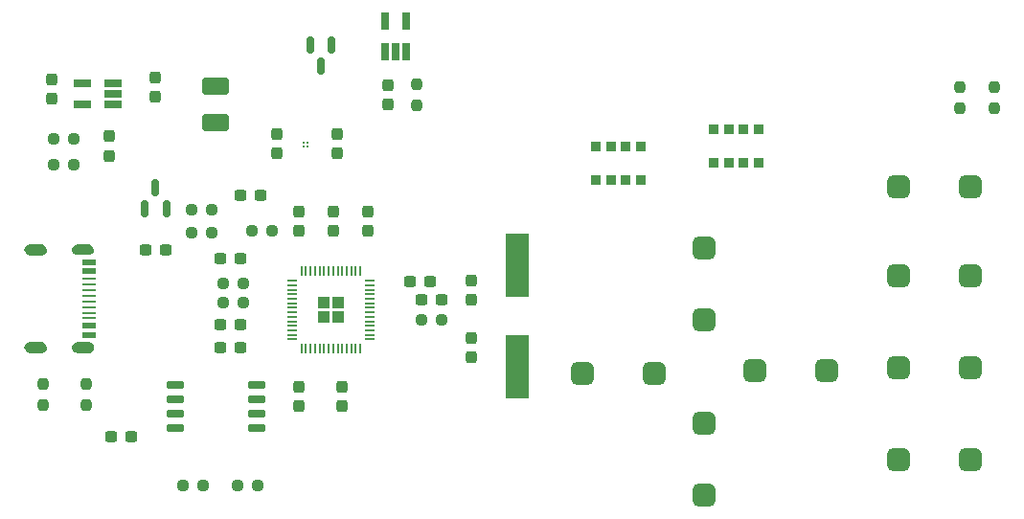
<source format=gbr>
%TF.GenerationSoftware,KiCad,Pcbnew,(6.0.5)*%
%TF.CreationDate,2022-08-05T12:45:28-07:00*%
%TF.ProjectId,RFIDice_V0_revised,52464944-6963-4655-9f56-305f72657669,rev?*%
%TF.SameCoordinates,Original*%
%TF.FileFunction,Paste,Top*%
%TF.FilePolarity,Positive*%
%FSLAX46Y46*%
G04 Gerber Fmt 4.6, Leading zero omitted, Abs format (unit mm)*
G04 Created by KiCad (PCBNEW (6.0.5)) date 2022-08-05 12:45:28*
%MOMM*%
%LPD*%
G01*
G04 APERTURE LIST*
G04 Aperture macros list*
%AMRoundRect*
0 Rectangle with rounded corners*
0 $1 Rounding radius*
0 $2 $3 $4 $5 $6 $7 $8 $9 X,Y pos of 4 corners*
0 Add a 4 corners polygon primitive as box body*
4,1,4,$2,$3,$4,$5,$6,$7,$8,$9,$2,$3,0*
0 Add four circle primitives for the rounded corners*
1,1,$1+$1,$2,$3*
1,1,$1+$1,$4,$5*
1,1,$1+$1,$6,$7*
1,1,$1+$1,$8,$9*
0 Add four rect primitives between the rounded corners*
20,1,$1+$1,$2,$3,$4,$5,0*
20,1,$1+$1,$4,$5,$6,$7,0*
20,1,$1+$1,$6,$7,$8,$9,0*
20,1,$1+$1,$8,$9,$2,$3,0*%
G04 Aperture macros list end*
%ADD10R,1.150000X0.575000*%
%ADD11R,1.150000X0.275000*%
%ADD12R,0.900000X0.900000*%
%ADD13RoundRect,0.237500X0.237500X-0.250000X0.237500X0.250000X-0.237500X0.250000X-0.237500X-0.250000X0*%
%ADD14RoundRect,0.500000X-0.500000X-0.500000X0.500000X-0.500000X0.500000X0.500000X-0.500000X0.500000X0*%
%ADD15RoundRect,0.237500X0.300000X0.237500X-0.300000X0.237500X-0.300000X-0.237500X0.300000X-0.237500X0*%
%ADD16RoundRect,0.237500X0.250000X0.237500X-0.250000X0.237500X-0.250000X-0.237500X0.250000X-0.237500X0*%
%ADD17R,0.152400X0.152400*%
%ADD18RoundRect,0.237500X-0.237500X0.300000X-0.237500X-0.300000X0.237500X-0.300000X0.237500X0.300000X0*%
%ADD19RoundRect,0.237500X0.237500X-0.300000X0.237500X0.300000X-0.237500X0.300000X-0.237500X-0.300000X0*%
%ADD20RoundRect,0.150000X-0.150000X0.587500X-0.150000X-0.587500X0.150000X-0.587500X0.150000X0.587500X0*%
%ADD21RoundRect,0.150000X0.150000X-0.587500X0.150000X0.587500X-0.150000X0.587500X-0.150000X-0.587500X0*%
%ADD22RoundRect,0.237500X-0.250000X-0.237500X0.250000X-0.237500X0.250000X0.237500X-0.250000X0.237500X0*%
%ADD23RoundRect,0.237500X-0.237500X0.287500X-0.237500X-0.287500X0.237500X-0.287500X0.237500X0.287500X0*%
%ADD24RoundRect,0.500000X0.500000X-0.500000X0.500000X0.500000X-0.500000X0.500000X-0.500000X-0.500000X0*%
%ADD25RoundRect,0.150000X0.650000X0.150000X-0.650000X0.150000X-0.650000X-0.150000X0.650000X-0.150000X0*%
%ADD26RoundRect,0.237500X-0.300000X-0.237500X0.300000X-0.237500X0.300000X0.237500X-0.300000X0.237500X0*%
%ADD27RoundRect,0.500000X0.500000X0.500000X-0.500000X0.500000X-0.500000X-0.500000X0.500000X-0.500000X0*%
%ADD28RoundRect,0.500000X-0.500000X0.500000X-0.500000X-0.500000X0.500000X-0.500000X0.500000X0.500000X0*%
%ADD29R,1.560000X0.650000*%
%ADD30RoundRect,0.250001X-0.924999X0.499999X-0.924999X-0.499999X0.924999X-0.499999X0.924999X0.499999X0*%
%ADD31RoundRect,0.250000X0.292217X-0.292217X0.292217X0.292217X-0.292217X0.292217X-0.292217X-0.292217X0*%
%ADD32RoundRect,0.050000X0.050000X-0.387500X0.050000X0.387500X-0.050000X0.387500X-0.050000X-0.387500X0*%
%ADD33RoundRect,0.050000X0.387500X-0.050000X0.387500X0.050000X-0.387500X0.050000X-0.387500X-0.050000X0*%
%ADD34R,0.650000X1.560000*%
%ADD35R,2.100000X5.600000*%
G04 APERTURE END LIST*
%TO.C,X1*%
G36*
X79417580Y-79024010D02*
G01*
X79540100Y-79074759D01*
X79645310Y-79155490D01*
X79726041Y-79260700D01*
X79794100Y-79514700D01*
X79770480Y-79663832D01*
X79701932Y-79798365D01*
X79595165Y-79905132D01*
X79311500Y-79997300D01*
X78295500Y-79997300D01*
X78146368Y-79973680D01*
X78011835Y-79905132D01*
X77905068Y-79798365D01*
X77812900Y-79514700D01*
X77830210Y-79383220D01*
X77880959Y-79260700D01*
X77961690Y-79155490D01*
X78066900Y-79074759D01*
X78320900Y-79006700D01*
X79286100Y-79006700D01*
X79417580Y-79024010D01*
G37*
G36*
X83608580Y-87660010D02*
G01*
X83731100Y-87710759D01*
X83836310Y-87791490D01*
X83917041Y-87896700D01*
X83985100Y-88150700D01*
X83961480Y-88299832D01*
X83892932Y-88434365D01*
X83786165Y-88541132D01*
X83502500Y-88633300D01*
X82486500Y-88633300D01*
X82337368Y-88609680D01*
X82202835Y-88541132D01*
X82096068Y-88434365D01*
X82003900Y-88150700D01*
X82021210Y-88019220D01*
X82071959Y-87896700D01*
X82152690Y-87791490D01*
X82257900Y-87710759D01*
X82511900Y-87642700D01*
X83477100Y-87642700D01*
X83608580Y-87660010D01*
G37*
G36*
X83595880Y-79011310D02*
G01*
X83718400Y-79062059D01*
X83823610Y-79142790D01*
X83904341Y-79248000D01*
X83972400Y-79502000D01*
X83948780Y-79651132D01*
X83880232Y-79785665D01*
X83773465Y-79892432D01*
X83489800Y-79984600D01*
X82473800Y-79984600D01*
X82324668Y-79960980D01*
X82190135Y-79892432D01*
X82083368Y-79785665D01*
X81991200Y-79502000D01*
X82008510Y-79370520D01*
X82059259Y-79248000D01*
X82139990Y-79142790D01*
X82245200Y-79062059D01*
X82499200Y-78994000D01*
X83464400Y-78994000D01*
X83595880Y-79011310D01*
G37*
G36*
X79417580Y-87660010D02*
G01*
X79540100Y-87710759D01*
X79645310Y-87791490D01*
X79726041Y-87896700D01*
X79794100Y-88150700D01*
X79770480Y-88299832D01*
X79701932Y-88434365D01*
X79595165Y-88541132D01*
X79311500Y-88633300D01*
X78295500Y-88633300D01*
X78146368Y-88609680D01*
X78011835Y-88541132D01*
X77905068Y-88434365D01*
X77812900Y-88150700D01*
X77830210Y-88019220D01*
X77880959Y-87896700D01*
X77961690Y-87791490D01*
X78066900Y-87710759D01*
X78320900Y-87642700D01*
X79286100Y-87642700D01*
X79417580Y-87660010D01*
G37*
%TD*%
D10*
%TO.C,X1*%
X83555000Y-80620000D03*
X83555000Y-81420000D03*
D11*
X83555000Y-82570000D03*
X83555000Y-83570000D03*
X83555000Y-84070000D03*
X83555000Y-85070000D03*
D10*
X83555000Y-87020000D03*
X83555000Y-86220000D03*
D11*
X83555000Y-85570000D03*
X83555000Y-84570000D03*
X83555000Y-83070000D03*
X83555000Y-82070000D03*
%TD*%
D12*
%TO.C,RN2*%
X128302000Y-73382000D03*
X129642000Y-73382000D03*
X130962000Y-73382000D03*
X132302000Y-73382000D03*
X132302000Y-70382000D03*
X130962000Y-70382000D03*
X129642000Y-70382000D03*
X128302000Y-70382000D03*
%TD*%
%TO.C,RN1*%
X138716000Y-71858000D03*
X140056000Y-71858000D03*
X141376000Y-71858000D03*
X142716000Y-71858000D03*
X142716000Y-68858000D03*
X141376000Y-68858000D03*
X140056000Y-68858000D03*
X138716000Y-68858000D03*
%TD*%
D13*
%TO.C,R7*%
X112522000Y-66698500D03*
X112522000Y-64873500D03*
%TD*%
D14*
%TO.C,SW8*%
X155067000Y-81788000D03*
X161417000Y-81788000D03*
%TD*%
D15*
%TO.C,C9*%
X98652500Y-74676000D03*
X96927500Y-74676000D03*
%TD*%
D16*
%TO.C,R15*%
X99718500Y-77855508D03*
X97893500Y-77855508D03*
%TD*%
D17*
%TO.C,U5*%
X102491800Y-70055994D03*
X102841800Y-70055994D03*
X102491800Y-70406006D03*
X102841800Y-70406006D03*
%TD*%
D18*
%TO.C,C12*%
X105918000Y-91593500D03*
X105918000Y-93318500D03*
%TD*%
D19*
%TO.C,C8*%
X105156000Y-77824500D03*
X105156000Y-76099500D03*
%TD*%
D15*
%TO.C,C21*%
X90270500Y-79502000D03*
X88545500Y-79502000D03*
%TD*%
D18*
%TO.C,C4*%
X105460800Y-69241500D03*
X105460800Y-70966500D03*
%TD*%
D20*
%TO.C,Q1*%
X104963000Y-61419500D03*
X103063000Y-61419500D03*
X104013000Y-63294500D03*
%TD*%
D16*
%TO.C,R14*%
X94384500Y-77978000D03*
X92559500Y-77978000D03*
%TD*%
D15*
%TO.C,C7*%
X96874500Y-80264000D03*
X95149500Y-80264000D03*
%TD*%
D19*
%TO.C,C19*%
X117348000Y-83920500D03*
X117348000Y-82195500D03*
%TD*%
%TO.C,C14*%
X108204000Y-77824500D03*
X108204000Y-76099500D03*
%TD*%
D18*
%TO.C,C18*%
X117348000Y-87275500D03*
X117348000Y-89000500D03*
%TD*%
D21*
%TO.C,U3*%
X88458000Y-75867500D03*
X90358000Y-75867500D03*
X89408000Y-73992500D03*
%TD*%
D16*
%TO.C,R1*%
X82192500Y-69723000D03*
X80367500Y-69723000D03*
%TD*%
%TO.C,R4*%
X97203900Y-82499200D03*
X95378900Y-82499200D03*
%TD*%
D22*
%TO.C,R5*%
X96623500Y-100330000D03*
X98448500Y-100330000D03*
%TD*%
D23*
%TO.C,D1*%
X85344000Y-69483000D03*
X85344000Y-71233000D03*
%TD*%
D24*
%TO.C,SW4*%
X137922000Y-101219000D03*
X137922000Y-94869000D03*
%TD*%
D25*
%TO.C,U7*%
X98342000Y-95250000D03*
X98342000Y-93980000D03*
X98342000Y-92710000D03*
X98342000Y-91440000D03*
X91142000Y-91440000D03*
X91142000Y-92710000D03*
X91142000Y-93980000D03*
X91142000Y-95250000D03*
%TD*%
D14*
%TO.C,SW6*%
X155067000Y-98044000D03*
X161417000Y-98044000D03*
%TD*%
D26*
%TO.C,C15*%
X112929500Y-83947000D03*
X114654500Y-83947000D03*
%TD*%
D16*
%TO.C,R3*%
X97203900Y-84150200D03*
X95378900Y-84150200D03*
%TD*%
D15*
%TO.C,C6*%
X96874500Y-88138000D03*
X95149500Y-88138000D03*
%TD*%
D14*
%TO.C,SW9*%
X155067000Y-73914000D03*
X161417000Y-73914000D03*
%TD*%
D22*
%TO.C,R13*%
X92559500Y-75946000D03*
X94384500Y-75946000D03*
%TD*%
D16*
%TO.C,R8*%
X114704500Y-85725000D03*
X112879500Y-85725000D03*
%TD*%
D22*
%TO.C,R2*%
X80367500Y-72009000D03*
X82192500Y-72009000D03*
%TD*%
D27*
%TO.C,SW5*%
X148717000Y-90170000D03*
X142367000Y-90170000D03*
%TD*%
D28*
%TO.C,SW2*%
X137922000Y-79375000D03*
X137922000Y-85725000D03*
%TD*%
D22*
%TO.C,R6*%
X91797500Y-100330000D03*
X93622500Y-100330000D03*
%TD*%
D29*
%TO.C,U1*%
X85678000Y-66675000D03*
X85678000Y-65725000D03*
X85678000Y-64775000D03*
X82978000Y-64775000D03*
X82978000Y-66675000D03*
%TD*%
D13*
%TO.C,R11*%
X160528000Y-66952500D03*
X160528000Y-65127500D03*
%TD*%
D30*
%TO.C,C20*%
X94742000Y-65050000D03*
X94742000Y-68300000D03*
%TD*%
D15*
%TO.C,C11*%
X96874500Y-86106000D03*
X95149500Y-86106000D03*
%TD*%
D18*
%TO.C,C3*%
X100126800Y-69241500D03*
X100126800Y-70966500D03*
%TD*%
D31*
%TO.C,U6*%
X104264500Y-85473500D03*
X104264500Y-84198500D03*
X105539500Y-84198500D03*
X105539500Y-85473500D03*
D32*
X102302000Y-88273500D03*
X102702000Y-88273500D03*
X103102000Y-88273500D03*
X103502000Y-88273500D03*
X103902000Y-88273500D03*
X104302000Y-88273500D03*
X104702000Y-88273500D03*
X105102000Y-88273500D03*
X105502000Y-88273500D03*
X105902000Y-88273500D03*
X106302000Y-88273500D03*
X106702000Y-88273500D03*
X107102000Y-88273500D03*
X107502000Y-88273500D03*
D33*
X108339500Y-87436000D03*
X108339500Y-87036000D03*
X108339500Y-86636000D03*
X108339500Y-86236000D03*
X108339500Y-85836000D03*
X108339500Y-85436000D03*
X108339500Y-85036000D03*
X108339500Y-84636000D03*
X108339500Y-84236000D03*
X108339500Y-83836000D03*
X108339500Y-83436000D03*
X108339500Y-83036000D03*
X108339500Y-82636000D03*
X108339500Y-82236000D03*
D32*
X107502000Y-81398500D03*
X107102000Y-81398500D03*
X106702000Y-81398500D03*
X106302000Y-81398500D03*
X105902000Y-81398500D03*
X105502000Y-81398500D03*
X105102000Y-81398500D03*
X104702000Y-81398500D03*
X104302000Y-81398500D03*
X103902000Y-81398500D03*
X103502000Y-81398500D03*
X103102000Y-81398500D03*
X102702000Y-81398500D03*
X102302000Y-81398500D03*
D33*
X101464500Y-82236000D03*
X101464500Y-82636000D03*
X101464500Y-83036000D03*
X101464500Y-83436000D03*
X101464500Y-83836000D03*
X101464500Y-84236000D03*
X101464500Y-84636000D03*
X101464500Y-85036000D03*
X101464500Y-85436000D03*
X101464500Y-85836000D03*
X101464500Y-86236000D03*
X101464500Y-86636000D03*
X101464500Y-87036000D03*
X101464500Y-87436000D03*
%TD*%
D14*
%TO.C,SW7*%
X155067000Y-89916000D03*
X161417000Y-89916000D03*
%TD*%
%TO.C,SW3*%
X127127000Y-90424000D03*
X133477000Y-90424000D03*
%TD*%
D34*
%TO.C,U4*%
X109669500Y-61976000D03*
X110619500Y-61976000D03*
X111569500Y-61976000D03*
X111569500Y-59276000D03*
X109669500Y-59276000D03*
%TD*%
D15*
%TO.C,C16*%
X87222500Y-96012000D03*
X85497500Y-96012000D03*
%TD*%
D13*
%TO.C,R10*%
X79502000Y-93241500D03*
X79502000Y-91416500D03*
%TD*%
%TO.C,R12*%
X163576000Y-66952500D03*
X163576000Y-65127500D03*
%TD*%
D18*
%TO.C,C1*%
X80264000Y-64415500D03*
X80264000Y-66140500D03*
%TD*%
D19*
%TO.C,C10*%
X102108000Y-77824500D03*
X102108000Y-76099500D03*
%TD*%
D18*
%TO.C,C2*%
X89408000Y-64288500D03*
X89408000Y-66013500D03*
%TD*%
D19*
%TO.C,C17*%
X109982000Y-66648500D03*
X109982000Y-64923500D03*
%TD*%
D13*
%TO.C,R9*%
X83312000Y-93241500D03*
X83312000Y-91416500D03*
%TD*%
D35*
%TO.C,Y1*%
X121412000Y-80844000D03*
X121412000Y-89844000D03*
%TD*%
D18*
%TO.C,C13*%
X102108000Y-91593500D03*
X102108000Y-93318500D03*
%TD*%
D26*
%TO.C,C5*%
X111913500Y-82296000D03*
X113638500Y-82296000D03*
%TD*%
M02*

</source>
